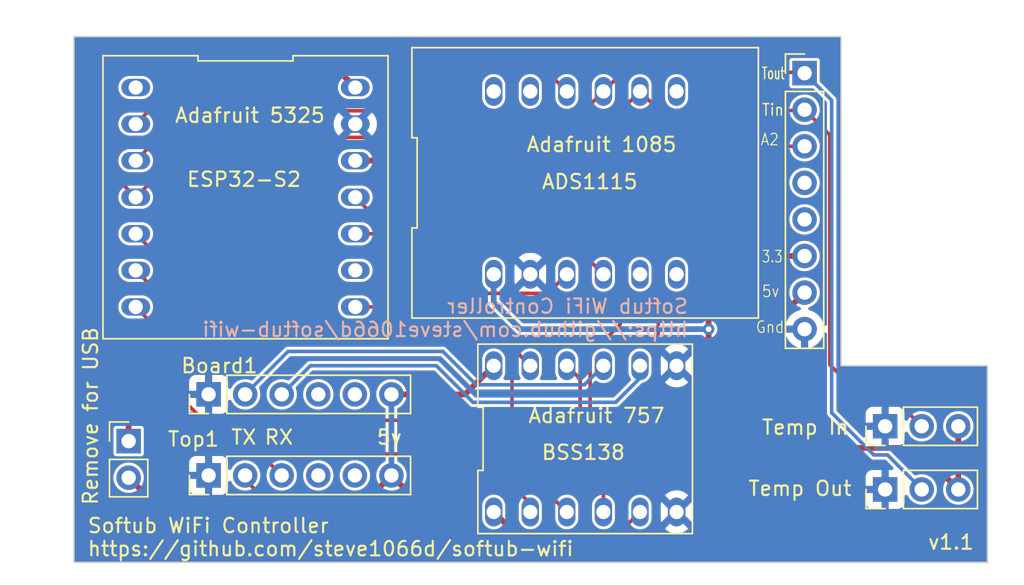
<source format=kicad_pcb>
(kicad_pcb (version 20221018) (generator pcbnew)
  (layers (0 "F.Cu" power) (31 "B.Cu" signal) (34 "B.Paste" user) (35 "F.Paste" user) (36 "B.SilkS" user "B.Silkscreen") (37 "F.SilkS" user "F.Silkscreen") (38 "B.Mask" user) (39 "F.Mask" user) (44 "Edge.Cuts" user))
  (net 0 "")
  (net 1 "+3.3V")
  (net 2 "GND")
  (net 3 "SCL")
  (net 4 "SDA")
  (net 8 "Temp_in")
  (net 9 "Temp_out")
  (net 10 "Net-(ADC1-A2)")
  (net 13 "Net-(Board1-Pin_2)")
  (net 14 "Net-(Board1-Pin_3)")
  (net 17 "+5V")
  (net 19 "Net-(Top1-Pin_2)")
  (net 20 "Net-(Top1-Pin_3)")
  (net 23 "Net-(ESP32-S2-PB08_A6_D6_TX)")
  (net 24 "Net-(ESP32-S2-PB09_A7_D7_RX)")
  (net 26 "Net-(ESP32-S2-PA5_A9_D9_MISO)")
  (net 27 "Net-(ESP32-S2-PA6_A10_D10_MOSI)")
  (net 28 "Net-(ESP32-S2-5V)")
  (footprint "seedft2:XIO_th" (layer "F.Cu") (at 60.2315 54.3383 -90)
    (fp_text reference "ESP32-S2" (at -1.239757 0.107799) (layer "F.SilkS"))
    (fp_text value "ESP32-S2")
    (fp_line (start -9.83 -9.9) (end -9.83 -3.3) (stroke (width 0.12)) (layer "F.SilkS"))
    (fp_line (start -9.83 -3.3) (end -9.47 -3.3) (stroke (width 0.12)) (layer "F.SilkS"))
    (fp_line (start -9.83 3.299999) (end -9.83 9.9) (stroke (width 0.12)) (layer "F.SilkS"))
    (fp_line (start -9.83 9.9) (end 9.83 9.9) (stroke (width 0.12)) (layer "F.SilkS"))
    (fp_line (start -9.47 -3.3) (end -9.47 3.299999) (stroke (width 0.12)) (layer "F.SilkS"))
    (fp_line (start -9.47 3.299999) (end -9.83 3.299999) (stroke (width 0.12)) (layer "F.SilkS"))
    (fp_line (start 9.83 -9.9) (end -9.83 -9.9) (stroke (width 0.12)) (layer "F.SilkS"))
    (fp_line (start 9.83 9.9) (end 9.83 -9.9) (stroke (width 0.12)) (layer "F.SilkS"))
    (pad "1" thru_hole oval (at -7.62 7.625 270) (size 1.2 2) (drill 0.99) (layers "*.Cu" "*.Mask"))
    (pad "2" thru_hole oval (at -5.08 7.625 270) (size 1.2 2) (drill 0.99) (layers "*.Cu" "*.Mask") (net 9 "Temp_out"))
    (pad "3" thru_hole oval (at -2.54 7.625 270) (size 1.2 2) (drill 0.99) (layers "*.Cu" "*.Mask") (net 8 "Temp_in"))
    (pad "4" thru_hole oval (at 0 7.625 270) (size 1.2 2) (drill 0.99) (layers "*.Cu" "*.Mask") (net 10 "Net-(ADC1-A2)"))
    (pad "5" thru_hole oval (at 2.54 7.625 270) (size 1.2 2) (drill 0.99) (layers "*.Cu" "*.Mask") (net 4 "SDA"))
    (pad "6" thru_hole oval (at 5.08 7.625 270) (size 1.2 2) (drill 0.99) (layers "*.Cu" "*.Mask") (net 3 "SCL"))
    (pad "7" thru_hole oval (at 7.62 7.625 270) (size 1.2 2) (drill 0.99) (layers "*.Cu" "*.Mask") (net 23 "Net-(ESP32-S2-PB08_A6_D6_TX)"))
    (pad "8" thru_hole oval (at 7.62 -7.625 270) (size 1.2 2) (drill 0.99) (layers "*.Cu" "*.Mask") (net 24 "Net-(ESP32-S2-PB09_A7_D7_RX)"))
    (pad "9" thru_hole oval (at 5.08 -7.625 270) (size 1.2 2) (drill 0.99) (layers "*.Cu" "*.Mask"))
    (pad "10" thru_hole oval (at 2.54 -7.625 270) (size 1.2 2) (drill 0.99) (layers "*.Cu" "*.Mask") (net 26 "Net-(ESP32-S2-PA5_A9_D9_MISO)"))
    (pad "11" thru_hole oval (at 0 -7.625 270) (size 1.2 2) (drill 0.99) (layers "*.Cu" "*.Mask") (net 27 "Net-(ESP32-S2-PA6_A10_D10_MOSI)"))
    (pad "12" thru_hole oval (at -2.54 -7.625 270) (size 1.2 2) (drill 0.99) (layers "*.Cu" "*.Mask") (net 1 "+3.3V"))
    (pad "13" thru_hole oval (at -5.08 -7.625 270) (size 1.2 2) (drill 0.99) (layers "*.Cu" "*.Mask") (net 2 "GND"))
    (pad "14" thru_hole oval (at -7.62 -7.625 270) (size 1.2 2) (drill 0.99) (layers "*.Cu" "*.Mask") (net 28 "Net-(ESP32-S2-5V)"))
  )
  (footprint "Connector_PinHeader_2.54mm:PinHeader_1x06_P2.54mm_Vertical" (layer "F.Cu") (at 57.6662 73.66 90)
    (fp_text reference "Top1" (at 2.52175 -1.052695) (layer "F.SilkS"))
    (fp_text value "Conn_01x06_Socket" hide)
    (fp_line (start -1.33 -1.33) (end 0 -1.33) (stroke (width 0.12)) (layer "F.SilkS"))
    (fp_line (start -1.33 0) (end -1.33 -1.33) (stroke (width 0.12)) (layer "F.SilkS"))
    (fp_line (start -1.33 1.27) (end -1.33 14.03) (stroke (width 0.12)) (layer "F.SilkS"))
    (fp_line (start -1.33 1.27) (end 1.33 1.27) (stroke (width 0.12)) (layer "F.SilkS"))
    (fp_line (start -1.33 14.03) (end 1.33 14.03) (stroke (width 0.12)) (layer "F.SilkS"))
    (fp_line (start 1.33 1.27) (end 1.33 14.03) (stroke (width 0.12)) (layer "F.SilkS"))
    (pad "1" thru_hole rect (at 0 0 90) (size 1.7 1.7) (drill 1) (layers "*.Cu" "*.Mask") (net 2 "GND"))
    (pad "2" thru_hole oval (at 0 2.54 90) (size 1.7 1.7) (drill 1) (layers "*.Cu" "*.Mask") (net 19 "Net-(Top1-Pin_2)"))
    (pad "3" thru_hole oval (at 0 5.08 90) (size 1.7 1.7) (drill 1) (layers "*.Cu" "*.Mask") (net 20 "Net-(Top1-Pin_3)"))
    (pad "4" thru_hole oval (at 0 7.62 90) (size 1.7 1.7) (drill 1) (layers "*.Cu" "*.Mask"))
    (pad "5" thru_hole oval (at 0 10.16 90) (size 1.7 1.7) (drill 1) (layers "*.Cu" "*.Mask"))
    (pad "6" thru_hole oval (at 0 12.7 90) (size 1.7 1.7) (drill 1) (layers "*.Cu" "*.Mask") (net 17 "+5V"))
  )
  (footprint "Connector_PinHeader_2.54mm:PinHeader_1x03_P2.54mm_Vertical" (layer "F.Cu") (at 104.6562 74.6344 90)
    (fp_text reference locked "Temp Out" (at 0.069592 -5.912883 180) (layer "F.SilkS"))
    (fp_text value "Conn_01x03_Socket" hide)
    (fp_line (start -1.33 -1.33) (end 0 -1.33) (stroke (width 0.12)) (layer "F.SilkS"))
    (fp_line (start -1.33 0) (end -1.33 -1.33) (stroke (width 0.12)) (layer "F.SilkS"))
    (fp_line (start -1.33 1.27) (end -1.33 6.41) (stroke (width 0.12)) (layer "F.SilkS"))
    (fp_line (start -1.33 1.27) (end 1.33 1.27) (stroke (width 0.12)) (layer "F.SilkS"))
    (fp_line (start -1.33 6.41) (end 1.33 6.41) (stroke (width 0.12)) (layer "F.SilkS"))
    (fp_line (start 1.33 1.27) (end 1.33 6.41) (stroke (width 0.12)) (layer "F.SilkS"))
    (pad "1" thru_hole rect locked (at 0 0 90) (size 1.7 1.7) (drill 1) (layers "*.Cu" "*.Mask") (net 2 "GND"))
    (pad "2" thru_hole oval locked (at 0 2.54 90) (size 1.7 1.7) (drill 1) (layers "*.Cu" "*.Mask") (net 9 "Temp_out"))
    (pad "3" thru_hole oval locked (at 0 5.08 90) (size 1.7 1.7) (drill 1) (layers "*.Cu" "*.Mask") (net 17 "+5V"))
  )
  (footprint "softub:DIP-12_500_ELL" (layer "F.Cu") (at 83.82 53.34)
    (fp_text reference "ADC1")
    (fp_text value "~")
    (fp_line (start -12.03 -9.39) (end -12.03 -3.13) (stroke (width 0.12)) (layer "F.SilkS"))
    (fp_line (start -12.03 -3.13) (end -11.67 -3.13) (stroke (width 0.12)) (layer "F.SilkS"))
    (fp_line (start -12.03 3.129999) (end -12.03 9.39) (stroke (width 0.12)) (layer "F.SilkS"))
    (fp_line (start -12.03 9.39) (end 12.03 9.39) (stroke (width 0.12)) (layer "F.SilkS"))
    (fp_line (start -11.67 -3.13) (end -11.67 3.129999) (stroke (width 0.12)) (layer "F.SilkS"))
    (fp_line (start -11.67 3.129999) (end -12.03 3.129999) (stroke (width 0.12)) (layer "F.SilkS"))
    (fp_line (start 12.03 -9.39) (end -12.03 -9.39) (stroke (width 0.12)) (layer "F.SilkS"))
    (fp_line (start 12.03 9.39) (end 12.03 -9.39) (stroke (width 0.12)) (layer "F.SilkS"))
    (pad "1" thru_hole oval (at -6.35 6.35) (size 1.2 2) (drill 1) (layers "*.Cu" "*.Mask") (net 1 "+3.3V"))
    (pad "2" thru_hole oval (at -3.81 6.35) (size 1.2 2) (drill 1) (layers "*.Cu" "*.Mask") (net 2 "GND"))
    (pad "3" thru_hole oval (at -1.27 6.35) (size 1.2 2) (drill 1) (layers "*.Cu" "*.Mask") (net 3 "SCL"))
    (pad "4" thru_hole oval (at 1.27 6.35) (size 1.2 2) (drill 1) (layers "*.Cu" "*.Mask") (net 4 "SDA"))
    (pad "5" thru_hole oval (at 3.81 6.35) (size 1.2 2) (drill 1) (layers "*.Cu" "*.Mask"))
    (pad "6" thru_hole oval (at 6.35 6.35) (size 1.2 2) (drill 1) (layers "*.Cu" "*.Mask"))
    (pad "7" thru_hole oval (at 6.35 -6.35) (size 1.2 2) (drill 1) (layers "*.Cu" "*.Mask"))
    (pad "8" thru_hole oval (at 3.81 -6.35) (size 1.2 2) (drill 1) (layers "*.Cu" "*.Mask") (net 8 "Temp_in"))
    (pad "9" thru_hole oval (at 1.27 -6.35) (size 1.2 2) (drill 1) (layers "*.Cu" "*.Mask") (net 9 "Temp_out"))
    (pad "10" thru_hole oval (at -1.27 -6.35) (size 1.2 2) (drill 1) (layers "*.Cu" "*.Mask") (net 10 "Net-(ADC1-A2)"))
    (pad "11" thru_hole oval (at -3.81 -6.35) (size 1.2 2) (drill 1) (layers "*.Cu" "*.Mask"))
    (pad "12" thru_hole oval (at -6.35 -6.35) (size 1.2 2) (drill 1) (layers "*.Cu" "*.Mask"))
  )
  (footprint "Connector_PinHeader_2.54mm:PinHeader_1x08_P2.54mm_Vertical" (layer "F.Cu") (at 99.06 45.72)
    (fp_text reference "Debug1" hide)
    (fp_text value "Conn_01x08_Pin" hide)
    (fp_line (start -1.33 -1.33) (end 0 -1.33) (stroke (width 0.12)) (layer "F.SilkS"))
    (fp_line (start -1.33 0) (end -1.33 -1.33) (stroke (width 0.12)) (layer "F.SilkS"))
    (fp_line (start -1.33 1.27) (end -1.33 19.11) (stroke (width 0.12)) (layer "F.SilkS"))
    (fp_line (start -1.33 1.27) (end 1.33 1.27) (stroke (width 0.12)) (layer "F.SilkS"))
    (fp_line (start -1.33 19.11) (end 1.33 19.11) (stroke (width 0.12)) (layer "F.SilkS"))
    (fp_line (start 1.33 1.27) (end 1.33 19.11) (stroke (width 0.12)) (layer "F.SilkS"))
    (pad "1" thru_hole rect (at 0 0) (size 1.7 1.7) (drill 1) (layers "*.Cu" "*.Mask") (net 9 "Temp_out"))
    (pad "2" thru_hole oval (at 0 2.54) (size 1.7 1.7) (drill 1) (layers "*.Cu" "*.Mask") (net 8 "Temp_in"))
    (pad "3" thru_hole oval (at 0 5.08) (size 1.7 1.7) (drill 1) (layers "*.Cu" "*.Mask") (net 10 "Net-(ADC1-A2)"))
    (pad "4" thru_hole oval (at 0 7.62) (size 1.7 1.7) (drill 1) (layers "*.Cu" "*.Mask"))
    (pad "5" thru_hole oval (at 0 10.16) (size 1.7 1.7) (drill 1) (layers "*.Cu" "*.Mask"))
    (pad "6" thru_hole oval (at 0 12.7) (size 1.7 1.7) (drill 1) (layers "*.Cu" "*.Mask") (net 1 "+3.3V"))
    (pad "7" thru_hole oval (at 0 15.24) (size 1.7 1.7) (drill 1) (layers "*.Cu" "*.Mask") (net 17 "+5V"))
    (pad "8" thru_hole oval (at 0 17.78) (size 1.7 1.7) (drill 1) (layers "*.Cu" "*.Mask") (net 2 "GND"))
  )
  (footprint "softub:DIP-12_400_ELL" (layer "F.Cu") (at 83.82 71.12)
    (fp_text reference "U1")
    (fp_text value "~")
    (fp_line (start -7.45 -6.58) (end -7.45 -2.193333) (stroke (width 0.12)) (layer "F.SilkS"))
    (fp_line (start -7.45 -2.193333) (end -7.09 -2.193333) (stroke (width 0.12)) (layer "F.SilkS"))
    (fp_line (start -7.45 2.193333) (end -7.45 6.58) (stroke (width 0.12)) (layer "F.SilkS"))
    (fp_line (start -7.45 6.58) (end 7.45 6.58) (stroke (width 0.12)) (layer "F.SilkS"))
    (fp_line (start -7.09 -2.193333) (end -7.09 2.193333) (stroke (width 0.12)) (layer "F.SilkS"))
    (fp_line (start -7.09 2.193333) (end -7.45 2.193333) (stroke (width 0.12)) (layer "F.SilkS"))
    (fp_line (start 7.45 -6.58) (end -7.45 -6.58) (stroke (width 0.12)) (layer "F.SilkS"))
    (fp_line (start 7.45 6.58) (end 7.45 -6.58) (stroke (width 0.12)) (layer "F.SilkS"))
    (pad "1" thru_hole oval (at -6.35 5.08) (size 1.2 2) (drill 0.99) (layers "*.Cu" "*.Mask") (net 1 "+3.3V"))
    (pad "2" thru_hole oval (at -3.81 5.08) (size 1.2 2) (drill 0.99) (layers "*.Cu" "*.Mask") (net 23 "Net-(ESP32-S2-PB08_A6_D6_TX)"))
    (pad "3" thru_hole oval (at -1.27 5.08) (size 1.2 2) (drill 0.99) (layers "*.Cu" "*.Mask") (net 24 "Net-(ESP32-S2-PB09_A7_D7_RX)"))
    (pad "4" thru_hole oval (at 1.27 5.08) (size 1.2 2) (drill 0.99) (layers "*.Cu" "*.Mask") (net 27 "Net-(ESP32-S2-PA6_A10_D10_MOSI)"))
    (pad "5" thru_hole oval (at 3.81 5.08) (size 1.2 2) (drill 0.99) (layers "*.Cu" "*.Mask") (net 26 "Net-(ESP32-S2-PA5_A9_D9_MISO)"))
    (pad "6" thru_hole oval (at 6.35 5.08) (size 1.2 2) (drill 0.99) (layers "*.Cu" "*.Mask") (net 2 "GND"))
    (pad "7" thru_hole oval (at 6.35 -5.08) (size 1.2 2) (drill 0.99) (layers "*.Cu" "*.Mask") (net 2 "GND"))
    (pad "8" thru_hole oval (at 3.81 -5.08) (size 1.2 2) (drill 0.99) (layers "*.Cu" "*.Mask") (net 14 "Net-(Board1-Pin_3)"))
    (pad "9" thru_hole oval (at 1.27 -5.08) (size 1.2 2) (drill 0.99) (layers "*.Cu" "*.Mask") (net 13 "Net-(Board1-Pin_2)"))
    (pad "10" thru_hole oval (at -1.27 -5.08) (size 1.2 2) (drill 0.99) (layers "*.Cu" "*.Mask") (net 19 "Net-(Top1-Pin_2)"))
    (pad "11" thru_hole oval (at -3.81 -5.08) (size 1.2 2) (drill 0.99) (layers "*.Cu" "*.Mask") (net 20 "Net-(Top1-Pin_3)"))
    (pad "12" thru_hole oval (at -6.35 -5.08) (size 1.2 2) (drill 0.99) (layers "*.Cu" "*.Mask") (net 17 "+5V"))
  )
  (footprint "Connector_PinHeader_2.54mm:PinHeader_1x06_P2.54mm_Vertical" (layer "F.Cu") (at 57.6662 68.0304 90)
    (fp_text reference locked "Board1" (at 1.9904 0.7538) (layer "F.SilkS"))
    (fp_text value "Conn_01x06_Socket")
    (fp_line (start -1.33 -1.33) (end 0 -1.33) (stroke (width 0.12)) (layer "F.SilkS"))
    (fp_line (start -1.33 0) (end -1.33 -1.33) (stroke (width 0.12)) (layer "F.SilkS"))
    (fp_line (start -1.33 1.27) (end -1.33 14.03) (stroke (width 0.12)) (layer "F.SilkS"))
    (fp_line (start -1.33 1.27) (end 1.33 1.27) (stroke (width 0.12)) (layer "F.SilkS"))
    (fp_line (start -1.33 14.03) (end 1.33 14.03) (stroke (width 0.12)) (layer "F.SilkS"))
    (fp_line (start 1.33 1.27) (end 1.33 14.03) (stroke (width 0.12)) (layer "F.SilkS"))
    (pad "1" thru_hole rect locked (at 0 0 90) (size 1.7 1.7) (drill 1) (layers "*.Cu" "*.Mask") (net 2 "GND"))
    (pad "2" thru_hole oval locked (at 0 2.54 90) (size 1.7 1.7) (drill 1) (layers "*.Cu" "*.Mask") (net 13 "Net-(Board1-Pin_2)"))
    (pad "3" thru_hole oval locked (at 0 5.08 90) (size 1.7 1.7) (drill 1) (layers "*.Cu" "*.Mask") (net 14 "Net-(Board1-Pin_3)"))
    (pad "4" thru_hole oval locked (at 0 7.62 90) (size 1.7 1.7) (drill 1) (layers "*.Cu" "*.Mask"))
    (pad "5" thru_hole oval locked (at 0 10.16 90) (size 1.7 1.7) (drill 1) (layers "*.Cu" "*.Mask"))
    (pad "6" thru_hole oval locked (at 0 12.7 90) (size 1.7 1.7) (drill 1) (layers "*.Cu" "*.Mask") (net 17 "+5V"))
  )
  (footprint "Connector_PinHeader_2.54mm:PinHeader_1x02_P2.54mm_Vertical" (layer "F.Cu") (at 52.115088 71.276737)
    (fp_text reference "JP1" hide)
    (fp_text value "Remove for USB" (at -2.647671 -1.737682 90) (layer "F.SilkS"))
    (fp_line (start -1.33 -1.33) (end 0 -1.33) (stroke (width 0.12)) (layer "F.SilkS"))
    (fp_line (start -1.33 0) (end -1.33 -1.33) (stroke (width 0.12)) (layer "F.SilkS"))
    (fp_line (start -1.33 1.27) (end -1.33 3.87) (stroke (width 0.12)) (layer "F.SilkS"))
    (fp_line (start -1.33 1.27) (end 1.33 1.27) (stroke (width 0.12)) (layer "F.SilkS"))
    (fp_line (start -1.33 3.87) (end 1.33 3.87) (stroke (width 0.12)) (layer "F.SilkS"))
    (fp_line (start 1.33 1.27) (end 1.33 3.87) (stroke (width 0.12)) (layer "F.SilkS"))
    (pad "1" thru_hole rect (at 0 0) (size 1.7 1.7) (drill 1) (layers "*.Cu" "*.Mask") (net 28 "Net-(ESP32-S2-5V)"))
    (pad "2" thru_hole oval (at 0 2.54) (size 1.7 1.7) (drill 1) (layers "*.Cu" "*.Mask") (net 17 "+5V"))
  )
  (footprint "Connector_PinHeader_2.54mm:PinHeader_1x03_P2.54mm_Vertical" (layer "F.Cu") (at 104.6562 70.2456 90)
    (fp_text reference "Temp_In1" hide)
    (fp_text value "Conn_01x03_Socket" hide)
    (fp_text user "Temp In" (at -0.074252 -5.543779) (layer "F.SilkS"))
    (fp_line (start -1.33 -1.33) (end 0 -1.33) (stroke (width 0.12)) (layer "F.SilkS"))
    (fp_line (start -1.33 0) (end -1.33 -1.33) (stroke (width 0.12)) (layer "F.SilkS"))
    (fp_line (start -1.33 1.27) (end -1.33 6.41) (stroke (width 0.12)) (layer "F.SilkS"))
    (fp_line (start -1.33 1.27) (end 1.33 1.27) (stroke (width 0.12)) (layer "F.SilkS"))
    (fp_line (start -1.33 6.41) (end 1.33 6.41) (stroke (width 0.12)) (layer "F.SilkS"))
    (fp_line (start 1.33 1.27) (end 1.33 6.41) (stroke (width 0.12)) (layer "F.SilkS"))
    (pad "1" thru_hole rect (at 0 0 90) (size 1.7 1.7) (drill 1) (layers "*.Cu" "*.Mask") (net 2 "GND"))
    (pad "2" thru_hole oval (at 0 2.54 90) (size 1.7 1.7) (drill 1) (layers "*.Cu" "*.Mask") (net 8 "Temp_in"))
    (pad "3" thru_hole oval (at 0 5.08 90) (size 1.7 1.7) (drill 1) (layers "*.Cu" "*.Mask") (net 17 "+5V"))
  )
  (gr_line (start 111.76 66.04) (end 111.76 79.700287) (stroke (width 0.1)) (layer "Edge.Cuts"))
  (gr_line (start 101.55 43.18) (end 48.31 43.18) (stroke (width 0.1)) (layer "Edge.Cuts"))
  (gr_line (start 101.6 66.04) (end 111.76 66.04) (stroke (width 0.1)) (layer "Edge.Cuts"))
  (gr_line (start 111.81 79.700287) (end 48.31 79.700287) (stroke (width 0.1)) (layer "Edge.Cuts"))
  (gr_line (start 101.6 43.18) (end 101.6 66.04) (stroke (width 0.1)) (layer "Edge.Cuts"))
  (gr_line (start 48.31 43.18) (end 48.31 79.700287) (stroke (width 0.1)) (layer "Edge.Cuts"))
  (gr_text "Softub WiFi Controller\nhttps://github.com/steve1066d/softub-wifi" (at 91.056 64.111209) (layer "B.SilkS") (effects (font (size 1 1)) (justify left bottom mirror)))
  (gr_text "BSS138" (at 80.713031 72.646731) (layer "F.SilkS") (effects (font (size 1 1)) (justify left bottom)))
  (gr_text "3.3" (at 96.050585 58.931667) (layer "F.SilkS") (effects (font (size 0.8 0.6) (thickness 0.08)) (justify left bottom)))
  (gr_text "Adafruit 1085" (at 79.675275 51.264134) (layer "F.SilkS") (effects (font (size 1 1)) (justify left bottom)))
  (gr_text "Adafruit 757" (at 79.795944 70.088542) (layer "F.SilkS") (effects (font (size 1 1)) (justify left bottom)))
  (gr_text "5v" (at 69.264919 71.589137) (layer "F.SilkS") (effects (font (size 1 1)) (justify left bottom)))
  (gr_text "A2" (at 95.954086 50.8) (layer "F.SilkS") (effects (font (size 0.8 0.7) (thickness 0.08)) (justify left bottom)))
  (gr_text "ADS1115" (at 80.73483 53.84666) (layer "F.SilkS") (effects (font (size 1 1)) (justify left bottom)))
  (gr_text "Softub WiFi Controller\nhttps://github.com/steve1066d/softub-wifi" (at 49.187719 79.340938) (layer "F.SilkS") (effects (font (size 1 1)) (justify left bottom)))
  (gr_text "Tout" (at 96.029704 46.208404) (layer "F.SilkS") (effects (font (size 0.8 0.5) (thickness 0.1) bold) (justify left bottom)))
  (gr_text "RX" (at 61.471005 71.589137) (layer "F.SilkS") (effects (font (size 1 1)) (justify left bottom)))
  (gr_text "Tin" (at 96.047031 48.738113) (layer "F.SilkS") (effects (font (size 0.8 0.7) (thickness 0.1)) (justify left bottom)))
  (gr_text "5v" (at 96.050585 61.341892) (layer "F.SilkS") (effects (font (size 0.8 0.7) (thickness 0.08)) (justify left bottom)))
  (gr_text "Adafruit 5325" (at 55.251812 49.23689) (layer "F.SilkS") (effects (font (size 1 1)) (justify left bottom)))
  (gr_text "TX" (at 59.152155 71.589137) (layer "F.SilkS") (effects (font (size 1 1)) (justify left bottom)))
  (gr_text "Gnd" (at 95.624581 63.829891) (layer "F.SilkS") (effects (font (size 0.8 0.7) (thickness 0.08)) (justify left bottom)))
  (gr_text "v1.1" (at 107.556678 78.883386) (layer "F.SilkS") (effects (font (size 1 1)) (justify left bottom)))
  (segment (start 90.969363 78.186641) (end 92.396889 76.759115) (width 0.4) (layer "F.Cu") (net 1))
  (segment (start 92.398742 63.504061) (end 92.398742 58.580616) (width 0.4) (layer "F.Cu") (net 1))
  (segment (start 98.903445 58.576555) (end 99.06 58.42) (width 0.4) (layer "F.Cu") (net 1))
  (segment (start 79.456641 78.186641) (end 90.969363 78.186641) (width 0.4) (layer "F.Cu") (net 1))
  (segment (start 92.447436 63.550547) (end 92.396889 63.5) (width 0.4) (layer "F.Cu") (net 1))
  (segment (start 77.47 76.2) (end 79.456641 78.186641) (width 0.4) (layer "F.Cu") (net 1))
  (segment (start 92.396889 76.759115) (end 92.396889 63.5) (width 0.4) (layer "F.Cu") (net 1))
  (segment (start 92.240334 58.42) (end 85.618634 51.7983) (width 0.4) (layer "F.Cu") (net 1))
  (segment (start 67.8565 51.7983) (end 85.618634 51.7983) (width 0.4) (layer "F.Cu") (net 1))
  (segment (start 99.06 58.42) (end 92.240334 58.42) (width 0.4) (layer "F.Cu") (net 1))
  (via (at 92.396889 63.5) (size 0.8) (drill 0.4) (layers "F.Cu" "B.Cu") (net 1))
  (segment (start 79.322943 63.5) (end 77.47 61.647057) (width 0.4) (layer "B.Cu") (net 1))
  (segment (start 92.396889 63.5) (end 79.322943 63.5) (width 0.4) (layer "B.Cu") (net 1))
  (segment (start 77.47 61.647057) (end 77.47 59.69) (width 0.4) (layer "B.Cu") (net 1))
  (segment (start 74.997911 60.391515) (end 53.579715 60.391515) (width 0.25) (layer "F.Cu") (net 3))
  (segment (start 81.225 61.015) (end 75.621396 61.015) (width 0.25) (layer "F.Cu") (net 3))
  (segment (start 53.579715 60.391515) (end 52.6065 59.4183) (width 0.25) (layer "F.Cu") (net 3))
  (segment (start 75.621396 61.015) (end 74.997911 60.391515) (width 0.25) (layer "F.Cu") (net 3))
  (segment (start 82.55 59.69) (end 81.225 61.015) (width 0.25) (layer "F.Cu") (net 3))
  (segment (start 53.808639 58.080439) (end 52.6065 56.8783) (width 0.25) (layer "F.Cu") (net 4))
  (segment (start 83.480439 58.080439) (end 53.808639 58.080439) (width 0.25) (layer "F.Cu") (net 4))
  (segment (start 85.09 59.69) (end 83.480439 58.080439) (width 0.25) (layer "F.Cu") (net 4))
  (segment (start 84.4367 50.1833) (end 87.63 46.99) (width 0.25) (layer "F.Cu") (net 8))
  (segment (start 88.955 48.315) (end 99.005 48.315) (width 0.25) (layer "F.Cu") (net 8))
  (segment (start 87.63 46.99) (end 88.955 48.315) (width 0.25) (layer "F.Cu") (net 8))
  (segment (start 107.737799 70.062201) (end 107.921199 70.2456) (width 0.25) (layer "F.Cu") (net 8))
  (segment (start 100.812 50.012) (end 100.812 65.971006) (width 0.25) (layer "F.Cu") (net 8))
  (segment (start 100.812 65.971006) (end 101.68022 66.839226) (width 0.25) (layer "F.Cu") (net 8))
  (segment (start 99.005 48.315) (end 99.06 48.26) (width 0.25) (layer "F.Cu") (net 8))
  (segment (start 52.6065 51.7983) (end 54.2215 50.1833) (width 0.25) (layer "F.Cu") (net 8))
  (segment (start 103.789826 66.839226) (end 107.1962 70.2456) (width 0.25) (layer "F.Cu") (net 8))
  (segment (start 101.68022 66.839226) (end 103.789826 66.839226) (width 0.25) (layer "F.Cu") (net 8))
  (segment (start 54.2215 50.1833) (end 84.4367 50.1833) (width 0.25) (layer "F.Cu") (net 8))
  (segment (start 99.06 48.26) (end 100.812 50.012) (width 0.25) (layer "F.Cu") (net 8))
  (segment (start 99.005 45.665) (end 86.415 45.665) (width 0.25) (layer "F.Cu") (net 9))
  (segment (start 83.7467 48.3333) (end 53.5315 48.3333) (width 0.25) (layer "F.Cu") (net 9))
  (segment (start 86.415 45.665) (end 85.09 46.99) (width 0.25) (layer "F.Cu") (net 9))
  (segment (start 53.5315 48.3333) (end 52.6065 49.2583) (width 0.25) (layer "F.Cu") (net 9))
  (segment (start 99.06 45.72) (end 99.005 45.665) (width 0.25) (layer "F.Cu") (net 9))
  (segment (start 85.09 46.99) (end 83.7467 48.3333) (width 0.25) (layer "F.Cu") (net 9))
  (segment (start 107.1962 74.6344) (end 107.1962 74.609788) (width 0.25) (layer "B.Cu") (net 9))
  (segment (start 103.870936 72.235556) (end 100.943233 69.307853) (width 0.25) (layer "B.Cu") (net 9))
  (segment (start 104.821968 72.235556) (end 103.870936 72.235556) (width 0.25) (layer "B.Cu") (net 9))
  (segment (start 107.1962 74.609788) (end 104.821968 72.235556) (width 0.25) (layer "B.Cu") (net 9))
  (segment (start 100.943233 47.603233) (end 99.06 45.72) (width 0.25) (layer "B.Cu") (net 9))
  (segment (start 100.943233 69.307853) (end 100.943233 47.603233) (width 0.25) (layer "B.Cu") (net 9))
  (segment (start 56.1448 50.8) (end 99.06 50.8) (width 0.25) (layer "F.Cu") (net 10))
  (segment (start 51.542299 47.8833) (end 50.815658 48.609941) (width 0.25) (layer "F.Cu") (net 10))
  (segment (start 50.815658 52.547458) (end 52.6065 54.3383) (width 0.25) (layer "F.Cu") (net 10))
  (segment (start 80.438005 44.878005) (end 72.938259 44.878005) (width 0.25) (layer "F.Cu") (net 10))
  (segment (start 52.6065 54.3383) (end 56.1448 50.8) (width 0.25) (layer "F.Cu") (net 10))
  (segment (start 82.55 46.99) (end 80.438005 44.878005) (width 0.25) (layer "F.Cu") (net 10))
  (segment (start 50.815658 48.609941) (end 50.815658 52.547458) (width 0.25) (layer "F.Cu") (net 10))
  (segment (start 69.932964 47.8833) (end 51.542299 47.8833) (width 0.25) (layer "F.Cu") (net 10))
  (segment (start 72.938259 44.878005) (end 69.932964 47.8833) (width 0.25) (layer "F.Cu") (net 10))
  (segment (start 63.188034 65.048566) (end 60.2062 68.0304) (width 0.25) (layer "B.Cu") (net 13))
  (segment (start 85.09 66.04) (end 83.765 67.365) (width 0.25) (layer "B.Cu") (net 13))
  (segment (start 83.765 67.365) (end 76.254996 67.365) (width 0.25) (layer "B.Cu") (net 13))
  (segment (start 76.254996 67.365) (end 73.938562 65.048566) (width 0.25) (layer "B.Cu") (net 13))
  (segment (start 73.938562 65.048566) (end 63.188034 65.048566) (width 0.25) (layer "B.Cu") (net 13))
  (segment (start 62.7462 68.0304) (end 64.735202 66.041398) (width 0.25) (layer "B.Cu") (net 14))
  (segment (start 73.495098 66.041398) (end 76.0337 68.58) (width 0.25) (layer "B.Cu") (net 14))
  (segment (start 87.63 66.8963) (end 87.63 66.04) (width 0.25) (layer "B.Cu") (net 14))
  (segment (start 76.0337 68.58) (end 85.9463 68.58) (width 0.25) (layer "B.Cu") (net 14))
  (segment (start 64.735202 66.041398) (end 73.495098 66.041398) (width 0.25) (layer "B.Cu") (net 14))
  (segment (start 85.9463 68.58) (end 87.63 66.8963) (width 0.25) (layer "B.Cu") (net 14))
  (segment (start 109.1206 70.2456) (end 109.121 70.2456) (width 0.4) (layer "F.Cu") (net 17))
  (segment (start 97.12 71.439064) (end 97.12 62.9) (width 0.4) (layer "F.Cu") (net 17))
  (segment (start 55.88 76.2) (end 54.498351 76.2) (width 0.4) (layer "F.Cu") (net 17))
  (segment (start 54.498351 76.2) (end 52.115088 73.816737) (width 0.4) (layer "F.Cu") (net 17))
  (segment (start 97.12 62.9) (end 99.06 60.96) (width 0.4) (layer "F.Cu") (net 17))
  (segment (start 70.3662 73.66) (end 75.546836 78.840636) (width 0.4) (layer "F.Cu") (net 17))
  (segment (start 109.736 74.6344) (end 109.121 74.0188) (width 0.4) (layer "F.Cu") (net 17))
  (segment (start 97.12 72.884532) (end 97.12 71.439064) (width 0.4) (layer "F.Cu") (net 17))
  (segment (start 70.3662 73.66) (end 67.8262 76.2) (width 0.4) (layer "F.Cu") (net 17))
  (segment (start 55.88 76.2) (end 63.5 76.2) (width 0.4) (layer "F.Cu") (net 17))
  (segment (start 75.4796 68.0304) (end 77.47 66.04) (width 0.4) (layer "F.Cu") (net 17))
  (segment (start 67.8262 76.2) (end 63.5 76.2) (width 0.4) (layer "F.Cu") (net 17))
  (segment (start 109.7362 74.6344) (end 109.736 74.6344) (width 0.4) (layer "F.Cu") (net 17))
  (segment (start 106.853341 71.751541) (end 97.12 71.751541) (width 0.4) (layer "F.Cu") (net 17))
  (segment (start 63.5 76.2) (end 67.5307 76.2) (width 0.4) (layer "F.Cu") (net 17))
  (segment (start 70.3662 68.0304) (end 75.4796 68.0304) (width 0.4) (layer "F.Cu") (net 17))
  (segment (start 91.163896 78.840636) (end 97.12 72.884532) (width 0.4) (layer "F.Cu") (net 17))
  (segment (start 107.398474 72.296674) (end 109.7362 74.6344) (width 0.4) (layer "F.Cu") (net 17))
  (segment (start 107.398474 72.296674) (end 107.389807 72.288007) (width 0.4) (layer "F.Cu") (net 17))
  (segment (start 109.7362 70.8612) (end 109.7362 74.6344) (width 0.4) (layer "F.Cu") (net 17))
  (segment (start 107.389807 72.288007) (end 106.853341 71.751541) (width 0.4) (layer "F.Cu") (net 17))
  (segment (start 75.546836 78.840636) (end 91.163896 78.840636) (width 0.4) (layer "F.Cu") (net 17))
  (segment (start 109.1206 70.2456) (end 109.7362 70.8612) (width 0.4) (layer "F.Cu") (net 17))
  (segment (start 70.3662 73.66) (end 70.3662 68.0304) (width 0.4) (layer "B.Cu") (net 17))
  (segment (start 61.168164 74.917464) (end 63.5 74.917464) (width 0.25) (layer "F.Cu") (net 19))
  (segment (start 64.020448 74.397016) (end 64.020448 72.770434) (width 0.25) (layer "F.Cu") (net 19))
  (segment (start 79.626852 77.525) (end 82.933148 77.525) (width 0.25) (layer "F.Cu") (net 19))
  (segment (start 64.61992 72.170962) (end 75.385472 72.170962) (width 0.25) (layer "F.Cu") (net 19))
  (segment (start 59.9107 73.66) (end 61.168164 74.917464) (width 0.25) (layer "F.Cu") (net 19))
  (segment (start 82.933148 77.525) (end 83.475 76.983148) (width 0.25) (layer "F.Cu") (net 19))
  (segment (start 78.74 76.638148) (end 79.626852 77.525) (width 0.25) (layer "F.Cu") (net 19))
  (segment (start 83.475 76.983148) (end 83.475 66.965) (width 0.25) (layer "F.Cu") (net 19))
  (segment (start 78.74 75.52549) (end 78.74 76.638148) (width 0.25) (layer "F.Cu") (net 19))
  (segment (start 83.475 66.965) (end 82.55 66.04) (width 0.25) (layer "F.Cu") (net 19))
  (segment (start 64.020448 72.770434) (end 64.61992 72.170962) (width 0.25) (layer "F.Cu") (net 19))
  (segment (start 63.5 74.917464) (end 64.020448 74.397016) (width 0.25) (layer "F.Cu") (net 19))
  (segment (start 75.385472 72.170962) (end 78.74 75.52549) (width 0.25) (layer "F.Cu") (net 19))
  (segment (start 51.609826 60.841515) (end 74.811515 60.841515) (width 0.25) (layer "F.Cu") (net 20))
  (segment (start 51.2815 62.3414) (end 51.2815 61.169841) (width 0.25) (layer "F.Cu") (net 20))
  (segment (start 60.2062 71.12) (end 57.15 71.12) (width 0.25) (layer "F.Cu") (net 20))
  (segment (start 57.15 71.12) (end 57.077687 71.12) (width 0.25) (layer "F.Cu") (net 20))
  (segment (start 57.077687 71.12) (end 52.9233 66.965613) (width 0.25) (layer "F.Cu") (net 20))
  (segment (start 52.9233 66.965613) (end 52.9233 63.9832) (width 0.25) (layer "F.Cu") (net 20))
  (segment (start 62.7462 73.66) (end 60.2062 71.12) (width 0.25) (layer "F.Cu") (net 20))
  (segment (start 52.9233 63.9832) (end 51.2815 62.3414) (width 0.25) (layer "F.Cu") (net 20))
  (segment (start 51.2815 61.169841) (end 51.609826 60.841515) (width 0.25) (layer "F.Cu") (net 20))
  (segment (start 74.811515 60.841515) (end 80.01 66.04) (width 0.25) (layer "F.Cu") (net 20))
  (segment (start 74.220321 69.829714) (end 80.01 75.619393) (width 0.25) (layer "F.Cu") (net 23))
  (segment (start 80.01 75.619393) (end 80.01 76.2) (width 0.25) (layer "F.Cu") (net 23))
  (segment (start 53.79 66.3138) (end 57.305914 69.829714) (width 0.25) (layer "F.Cu") (net 23))
  (segment (start 52.6065 61.9583) (end 53.79 63.1418) (width 0.25) (layer "F.Cu") (net 23))
  (segment (start 53.79 63.1418) (end 53.79 66.3138) (width 0.25) (layer "F.Cu") (net 23))
  (segment (start 57.305914 69.829714) (end 74.220321 69.829714) (width 0.25) (layer "F.Cu") (net 23))
  (segment (start 76.0136 63.95) (end 77.0881 63.95) (width 0.25) (layer "F.Cu") (net 24))
  (segment (start 74.0219 61.9583) (end 76.0136 63.95) (width 0.25) (layer "F.Cu") (net 24))
  (segment (start 78.74 65.6019) (end 78.74 72.39) (width 0.25) (layer "F.Cu") (net 24))
  (segment (start 77.0881 63.95) (end 78.74 65.6019) (width 0.25) (layer "F.Cu") (net 24))
  (segment (start 67.8565 61.9583) (end 74.0219 61.9583) (width 0.25) (layer "F.Cu") (net 24))
  (segment (start 78.74 72.39) (end 82.55 76.2) (width 0.25) (layer "F.Cu") (net 24))
  (segment (start 86.255 63.166852) (end 84.165 65.256852) (width 0.25) (layer "F.Cu") (net 26))
  (segment (start 84.706852 77.525) (end 86.305 77.525) (width 0.25) (layer "F.Cu") (net 26))
  (segment (start 84.165 65.256852) (end 84.165 76.983148) (width 0.25) (layer "F.Cu") (net 26))
  (segment (start 67.8565 56.8783) (end 83.986448 56.8783) (width 0.25) (layer "F.Cu") (net 26))
  (segment (start 84.165 76.983148) (end 84.706852 77.525) (width 0.25) (layer "F.Cu") (net 26))
  (segment (start 83.986448 56.8783) (end 86.255 59.146852) (width 0.25) (layer "F.Cu") (net 26))
  (segment (start 86.305 77.525) (end 87.63 76.2) (width 0.25) (layer "F.Cu") (net 26))
  (segment (start 86.255 59.146852) (end 86.255 63.166852) (width 0.25) (layer "F.Cu") (net 26))
  (segment (start 67.8565 54.3383) (end 69.3982 55.88) (width 0.25) (layer "F.Cu") (net 27))
  (segment (start 69.3982 55.88) (end 86.36 55.88) (width 0.25) (layer "F.Cu") (net 27))
  (segment (start 88.9 66.478148) (end 85.09 70.288148) (width 0.25) (layer "F.Cu") (net 27))
  (segment (start 85.09 70.288148) (end 85.09 76.2) (width 0.25) (layer "F.Cu") (net 27))
  (segment (start 86.36 55.88) (end 88.9 58.42) (width 0.25) (layer "F.Cu") (net 27))
  (segment (start 88.9 58.42) (end 88.9 66.478148) (width 0.25) (layer "F.Cu") (net 27))
  (segment (start 52.115088 71.276737) (end 52.115088 68.350888) (width 0.4) (layer "F.Cu") (net 28))
  (segment (start 52.115088 68.350888) (end 50.290658 66.526458) (width 0.4) (layer "F.Cu") (net 28))
  (segment (start 66.003012 44.864812) (end 67.8565 46.7183) (width 0.4) (layer "F.Cu") (net 28))
  (segment (start 50.290658 66.526458) (end 50.290658 46.110846) (width 0.4) (layer "F.Cu") (net 28))
  (segment (start 51.536692 44.864812) (end 66.003012 44.864812) (width 0.4) (layer "F.Cu") (net 28))
  (segment (start 50.290658 46.110846) (end 51.536692 44.864812) (width 0.4) (layer "F.Cu") (net 28))
  (zone (net 2) (net_name "GND") (layer "B.Cu") (connect_pads (clearance 0)) (min_thickness 0.25) (fill yes (thermal_gap 0.5) (thermal_bridge_width 0.5))
    (polygon (pts (xy 43.18 40.64) (xy 114.3 40.64) (xy 114.3 81.28) (xy 43.18 81.28)))
  )
)
</source>
